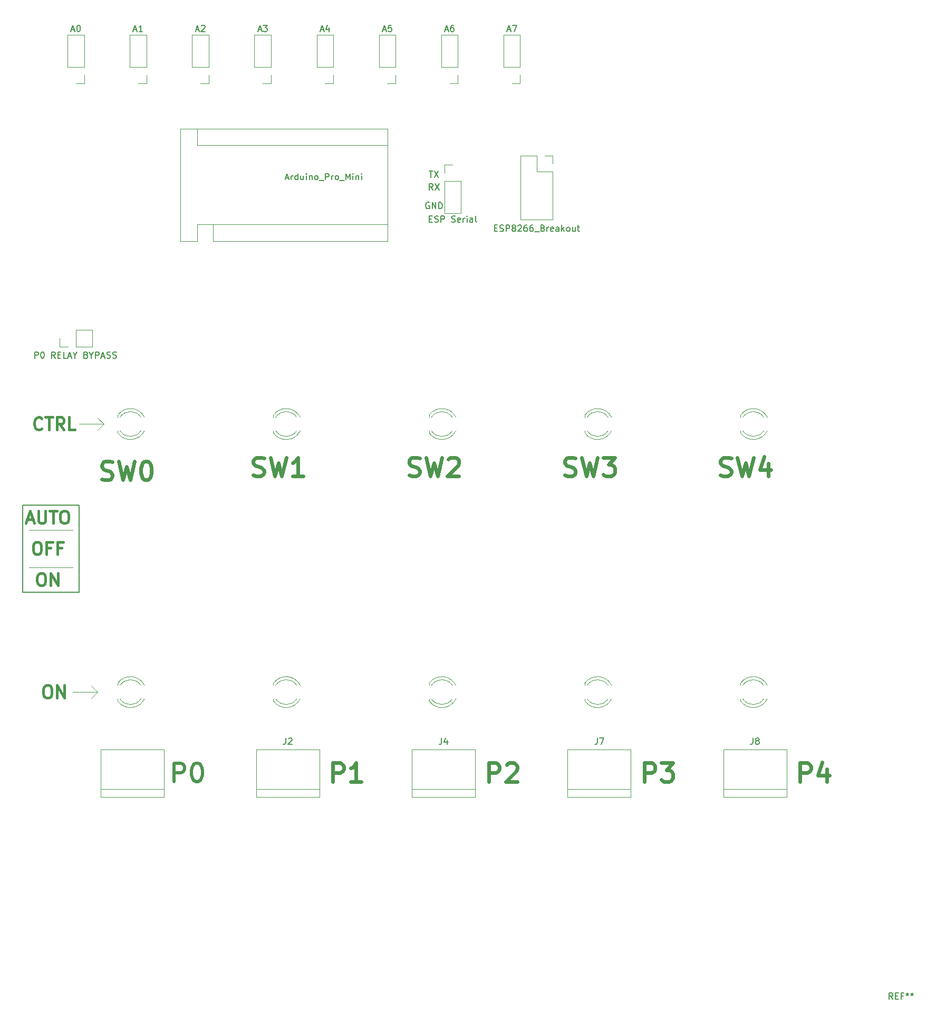
<source format=gbr>
%TF.GenerationSoftware,KiCad,Pcbnew,(5.1.10)-1*%
%TF.CreationDate,2022-07-16T16:26:33-07:00*%
%TF.ProjectId,Garden_Board,47617264-656e-45f4-926f-6172642e6b69,rev?*%
%TF.SameCoordinates,Original*%
%TF.FileFunction,Legend,Top*%
%TF.FilePolarity,Positive*%
%FSLAX46Y46*%
G04 Gerber Fmt 4.6, Leading zero omitted, Abs format (unit mm)*
G04 Created by KiCad (PCBNEW (5.1.10)-1) date 2022-07-16 16:26:33*
%MOMM*%
%LPD*%
G01*
G04 APERTURE LIST*
%ADD10C,0.150000*%
%ADD11C,0.120000*%
%ADD12C,0.400000*%
%ADD13C,0.200000*%
%ADD14C,0.600000*%
%ADD15C,0.500000*%
G04 APERTURE END LIST*
D10*
X95238095Y-70500000D02*
X95142857Y-70452380D01*
X95000000Y-70452380D01*
X94857142Y-70500000D01*
X94761904Y-70595238D01*
X94714285Y-70690476D01*
X94666666Y-70880952D01*
X94666666Y-71023809D01*
X94714285Y-71214285D01*
X94761904Y-71309523D01*
X94857142Y-71404761D01*
X95000000Y-71452380D01*
X95095238Y-71452380D01*
X95238095Y-71404761D01*
X95285714Y-71357142D01*
X95285714Y-71023809D01*
X95095238Y-71023809D01*
X95714285Y-71452380D02*
X95714285Y-70452380D01*
X96285714Y-71452380D01*
X96285714Y-70452380D01*
X96761904Y-71452380D02*
X96761904Y-70452380D01*
X97000000Y-70452380D01*
X97142857Y-70500000D01*
X97238095Y-70595238D01*
X97285714Y-70690476D01*
X97333333Y-70880952D01*
X97333333Y-71023809D01*
X97285714Y-71214285D01*
X97238095Y-71309523D01*
X97142857Y-71404761D01*
X97000000Y-71452380D01*
X96761904Y-71452380D01*
X95833333Y-68452380D02*
X95500000Y-67976190D01*
X95261904Y-68452380D02*
X95261904Y-67452380D01*
X95642857Y-67452380D01*
X95738095Y-67500000D01*
X95785714Y-67547619D01*
X95833333Y-67642857D01*
X95833333Y-67785714D01*
X95785714Y-67880952D01*
X95738095Y-67928571D01*
X95642857Y-67976190D01*
X95261904Y-67976190D01*
X96166666Y-67452380D02*
X96833333Y-68452380D01*
X96833333Y-67452380D02*
X96166666Y-68452380D01*
X95238095Y-65452380D02*
X95809523Y-65452380D01*
X95523809Y-66452380D02*
X95523809Y-65452380D01*
X96047619Y-65452380D02*
X96714285Y-66452380D01*
X96714285Y-65452380D02*
X96047619Y-66452380D01*
D11*
X31000000Y-129000000D02*
X38000000Y-129000000D01*
X31000000Y-123000000D02*
X38000000Y-123000000D01*
X43000000Y-106000000D02*
X42000000Y-107000000D01*
X43000000Y-106000000D02*
X42000000Y-105000000D01*
X43000000Y-106000000D02*
X39000000Y-106000000D01*
X42000000Y-149000000D02*
X41000000Y-150000000D01*
X42000000Y-149000000D02*
X41000000Y-148000000D01*
X38000000Y-149000000D02*
X42000000Y-149000000D01*
D12*
X33761904Y-147904761D02*
X34142857Y-147904761D01*
X34333333Y-148000000D01*
X34523809Y-148190476D01*
X34619047Y-148571428D01*
X34619047Y-149238095D01*
X34523809Y-149619047D01*
X34333333Y-149809523D01*
X34142857Y-149904761D01*
X33761904Y-149904761D01*
X33571428Y-149809523D01*
X33380952Y-149619047D01*
X33285714Y-149238095D01*
X33285714Y-148571428D01*
X33380952Y-148190476D01*
X33571428Y-148000000D01*
X33761904Y-147904761D01*
X35476190Y-149904761D02*
X35476190Y-147904761D01*
X36619047Y-149904761D01*
X36619047Y-147904761D01*
X33047619Y-106714285D02*
X32952380Y-106809523D01*
X32666666Y-106904761D01*
X32476190Y-106904761D01*
X32190476Y-106809523D01*
X32000000Y-106619047D01*
X31904761Y-106428571D01*
X31809523Y-106047619D01*
X31809523Y-105761904D01*
X31904761Y-105380952D01*
X32000000Y-105190476D01*
X32190476Y-105000000D01*
X32476190Y-104904761D01*
X32666666Y-104904761D01*
X32952380Y-105000000D01*
X33047619Y-105095238D01*
X33619047Y-104904761D02*
X34761904Y-104904761D01*
X34190476Y-106904761D02*
X34190476Y-104904761D01*
X36571428Y-106904761D02*
X35904761Y-105952380D01*
X35428571Y-106904761D02*
X35428571Y-104904761D01*
X36190476Y-104904761D01*
X36380952Y-105000000D01*
X36476190Y-105095238D01*
X36571428Y-105285714D01*
X36571428Y-105571428D01*
X36476190Y-105761904D01*
X36380952Y-105857142D01*
X36190476Y-105952380D01*
X35428571Y-105952380D01*
X38380952Y-106904761D02*
X37428571Y-106904761D01*
X37428571Y-104904761D01*
X32761904Y-129904761D02*
X33142857Y-129904761D01*
X33333333Y-130000000D01*
X33523809Y-130190476D01*
X33619047Y-130571428D01*
X33619047Y-131238095D01*
X33523809Y-131619047D01*
X33333333Y-131809523D01*
X33142857Y-131904761D01*
X32761904Y-131904761D01*
X32571428Y-131809523D01*
X32380952Y-131619047D01*
X32285714Y-131238095D01*
X32285714Y-130571428D01*
X32380952Y-130190476D01*
X32571428Y-130000000D01*
X32761904Y-129904761D01*
X34476190Y-131904761D02*
X34476190Y-129904761D01*
X35619047Y-131904761D01*
X35619047Y-129904761D01*
X32095238Y-124904761D02*
X32476190Y-124904761D01*
X32666666Y-125000000D01*
X32857142Y-125190476D01*
X32952380Y-125571428D01*
X32952380Y-126238095D01*
X32857142Y-126619047D01*
X32666666Y-126809523D01*
X32476190Y-126904761D01*
X32095238Y-126904761D01*
X31904761Y-126809523D01*
X31714285Y-126619047D01*
X31619047Y-126238095D01*
X31619047Y-125571428D01*
X31714285Y-125190476D01*
X31904761Y-125000000D01*
X32095238Y-124904761D01*
X34476190Y-125857142D02*
X33809523Y-125857142D01*
X33809523Y-126904761D02*
X33809523Y-124904761D01*
X34761904Y-124904761D01*
X36190476Y-125857142D02*
X35523809Y-125857142D01*
X35523809Y-126904761D02*
X35523809Y-124904761D01*
X36476190Y-124904761D01*
X30666666Y-121333333D02*
X31619047Y-121333333D01*
X30476190Y-121904761D02*
X31142857Y-119904761D01*
X31809523Y-121904761D01*
X32476190Y-119904761D02*
X32476190Y-121523809D01*
X32571428Y-121714285D01*
X32666666Y-121809523D01*
X32857142Y-121904761D01*
X33238095Y-121904761D01*
X33428571Y-121809523D01*
X33523809Y-121714285D01*
X33619047Y-121523809D01*
X33619047Y-119904761D01*
X34285714Y-119904761D02*
X35428571Y-119904761D01*
X34857142Y-121904761D02*
X34857142Y-119904761D01*
X36476190Y-119904761D02*
X36857142Y-119904761D01*
X37047619Y-120000000D01*
X37238095Y-120190476D01*
X37333333Y-120571428D01*
X37333333Y-121238095D01*
X37238095Y-121619047D01*
X37047619Y-121809523D01*
X36857142Y-121904761D01*
X36476190Y-121904761D01*
X36285714Y-121809523D01*
X36095238Y-121619047D01*
X36000000Y-121238095D01*
X36000000Y-120571428D01*
X36095238Y-120190476D01*
X36285714Y-120000000D01*
X36476190Y-119904761D01*
D13*
X39000000Y-133000000D02*
X39000000Y-119000000D01*
X30000000Y-133000000D02*
X39000000Y-133000000D01*
X30000000Y-119000000D02*
X30000000Y-133000000D01*
X39000000Y-119000000D02*
X30000000Y-119000000D01*
D11*
%TO.C,U2*%
X55313000Y-58613000D02*
X55313000Y-76647000D01*
X88587000Y-58613000D02*
X55313000Y-58613000D01*
X60520000Y-73980000D02*
X88587000Y-73980000D01*
X60520000Y-73980000D02*
X60520000Y-76647000D01*
X88587000Y-76647000D02*
X88587000Y-58610000D01*
X57980000Y-61280000D02*
X88587000Y-61280000D01*
X57980000Y-61280000D02*
X57980000Y-58610000D01*
X55313000Y-76647000D02*
X57980000Y-76647000D01*
X60520000Y-76647000D02*
X88587000Y-76647000D01*
X57980000Y-73980000D02*
X57980000Y-76647000D01*
X60520000Y-73980000D02*
X57980000Y-73980000D01*
%TO.C,J18*%
X35920000Y-93580000D02*
X35920000Y-92250000D01*
X37250000Y-93580000D02*
X35920000Y-93580000D01*
X38520000Y-93580000D02*
X38520000Y-90920000D01*
X38520000Y-90920000D02*
X41120000Y-90920000D01*
X38520000Y-93580000D02*
X41120000Y-93580000D01*
X41120000Y-93580000D02*
X41120000Y-90920000D01*
%TO.C,J17*%
X42460000Y-165810000D02*
X52620000Y-165810000D01*
X42460000Y-158190000D02*
X42460000Y-165810000D01*
X52620000Y-158190000D02*
X42460000Y-158190000D01*
X52620000Y-165810000D02*
X52620000Y-158190000D01*
X52620000Y-164540000D02*
X42460000Y-164540000D01*
%TO.C,J16*%
X109830000Y-51330000D02*
X108500000Y-51330000D01*
X109830000Y-50000000D02*
X109830000Y-51330000D01*
X109830000Y-48730000D02*
X107170000Y-48730000D01*
X107170000Y-48730000D02*
X107170000Y-43590000D01*
X109830000Y-48730000D02*
X109830000Y-43590000D01*
X109830000Y-43590000D02*
X107170000Y-43590000D01*
%TO.C,J15*%
X99830000Y-51330000D02*
X98500000Y-51330000D01*
X99830000Y-50000000D02*
X99830000Y-51330000D01*
X99830000Y-48730000D02*
X97170000Y-48730000D01*
X97170000Y-48730000D02*
X97170000Y-43590000D01*
X99830000Y-48730000D02*
X99830000Y-43590000D01*
X99830000Y-43590000D02*
X97170000Y-43590000D01*
%TO.C,J14*%
X89830000Y-51330000D02*
X88500000Y-51330000D01*
X89830000Y-50000000D02*
X89830000Y-51330000D01*
X89830000Y-48730000D02*
X87170000Y-48730000D01*
X87170000Y-48730000D02*
X87170000Y-43590000D01*
X89830000Y-48730000D02*
X89830000Y-43590000D01*
X89830000Y-43590000D02*
X87170000Y-43590000D01*
%TO.C,J13*%
X79830000Y-51330000D02*
X78500000Y-51330000D01*
X79830000Y-50000000D02*
X79830000Y-51330000D01*
X79830000Y-48730000D02*
X77170000Y-48730000D01*
X77170000Y-48730000D02*
X77170000Y-43590000D01*
X79830000Y-48730000D02*
X79830000Y-43590000D01*
X79830000Y-43590000D02*
X77170000Y-43590000D01*
%TO.C,J12*%
X69830000Y-51330000D02*
X68500000Y-51330000D01*
X69830000Y-50000000D02*
X69830000Y-51330000D01*
X69830000Y-48730000D02*
X67170000Y-48730000D01*
X67170000Y-48730000D02*
X67170000Y-43590000D01*
X69830000Y-48730000D02*
X69830000Y-43590000D01*
X69830000Y-43590000D02*
X67170000Y-43590000D01*
%TO.C,J11*%
X59830000Y-51330000D02*
X58500000Y-51330000D01*
X59830000Y-50000000D02*
X59830000Y-51330000D01*
X59830000Y-48730000D02*
X57170000Y-48730000D01*
X57170000Y-48730000D02*
X57170000Y-43590000D01*
X59830000Y-48730000D02*
X59830000Y-43590000D01*
X59830000Y-43590000D02*
X57170000Y-43590000D01*
%TO.C,J10*%
X49830000Y-51330000D02*
X48500000Y-51330000D01*
X49830000Y-50000000D02*
X49830000Y-51330000D01*
X49830000Y-48730000D02*
X47170000Y-48730000D01*
X47170000Y-48730000D02*
X47170000Y-43590000D01*
X49830000Y-48730000D02*
X49830000Y-43590000D01*
X49830000Y-43590000D02*
X47170000Y-43590000D01*
%TO.C,J9*%
X39830000Y-51330000D02*
X38500000Y-51330000D01*
X39830000Y-50000000D02*
X39830000Y-51330000D01*
X39830000Y-48730000D02*
X37170000Y-48730000D01*
X37170000Y-48730000D02*
X37170000Y-43590000D01*
X39830000Y-48730000D02*
X39830000Y-43590000D01*
X39830000Y-43590000D02*
X37170000Y-43590000D01*
%TO.C,J8*%
X142460000Y-165810000D02*
X152620000Y-165810000D01*
X142460000Y-158190000D02*
X142460000Y-165810000D01*
X152620000Y-158190000D02*
X142460000Y-158190000D01*
X152620000Y-165810000D02*
X152620000Y-158190000D01*
X152620000Y-164540000D02*
X142460000Y-164540000D01*
%TO.C,J7*%
X117460000Y-165810000D02*
X127620000Y-165810000D01*
X117460000Y-158190000D02*
X117460000Y-165810000D01*
X127620000Y-158190000D02*
X117460000Y-158190000D01*
X127620000Y-165810000D02*
X127620000Y-158190000D01*
X127620000Y-164540000D02*
X117460000Y-164540000D01*
%TO.C,J5*%
X97670000Y-64420000D02*
X99000000Y-64420000D01*
X97670000Y-65750000D02*
X97670000Y-64420000D01*
X97670000Y-67020000D02*
X100330000Y-67020000D01*
X100330000Y-67020000D02*
X100330000Y-72160000D01*
X97670000Y-67020000D02*
X97670000Y-72160000D01*
X97670000Y-72160000D02*
X100330000Y-72160000D01*
%TO.C,J4*%
X92460000Y-165810000D02*
X102620000Y-165810000D01*
X92460000Y-158190000D02*
X92460000Y-165810000D01*
X102620000Y-158190000D02*
X92460000Y-158190000D01*
X102620000Y-165810000D02*
X102620000Y-158190000D01*
X102620000Y-164540000D02*
X92460000Y-164540000D01*
%TO.C,J3*%
X113750000Y-62920000D02*
X115080000Y-62920000D01*
X115080000Y-62920000D02*
X115080000Y-64250000D01*
X112480000Y-62920000D02*
X112480000Y-65520000D01*
X112480000Y-65520000D02*
X115080000Y-65520000D01*
X115080000Y-65520000D02*
X115080000Y-73200000D01*
X109880000Y-73200000D02*
X115080000Y-73200000D01*
X109880000Y-62920000D02*
X109880000Y-73200000D01*
X109880000Y-62920000D02*
X112480000Y-62920000D01*
%TO.C,J2*%
X67460000Y-165810000D02*
X77620000Y-165810000D01*
X67460000Y-158190000D02*
X67460000Y-165810000D01*
X77620000Y-158190000D02*
X67460000Y-158190000D01*
X77620000Y-165810000D02*
X77620000Y-158190000D01*
X77620000Y-164540000D02*
X67460000Y-164540000D01*
%TO.C,D20*%
X45210000Y-107080000D02*
X45210000Y-107399000D01*
X45210000Y-104601000D02*
X45210000Y-104920000D01*
X48952713Y-107080961D02*
G75*
G02*
X45586670Y-107080000I-1682713J1080961D01*
G01*
X48952713Y-104919039D02*
G75*
G03*
X45586670Y-104920000I-1682713J-1080961D01*
G01*
X49513242Y-107080724D02*
G75*
G02*
X45210000Y-107398749I-2243242J1080724D01*
G01*
X49513242Y-104919276D02*
G75*
G03*
X45210000Y-104601251I-2243242J-1080724D01*
G01*
%TO.C,D17*%
X45210000Y-150080000D02*
X45210000Y-150399000D01*
X45210000Y-147601000D02*
X45210000Y-147920000D01*
X48952713Y-150080961D02*
G75*
G02*
X45586670Y-150080000I-1682713J1080961D01*
G01*
X48952713Y-147919039D02*
G75*
G03*
X45586670Y-147920000I-1682713J-1080961D01*
G01*
X49513242Y-150080724D02*
G75*
G02*
X45210000Y-150398749I-2243242J1080724D01*
G01*
X49513242Y-147919276D02*
G75*
G03*
X45210000Y-147601251I-2243242J-1080724D01*
G01*
%TO.C,D16*%
X145210000Y-107080000D02*
X145210000Y-107399000D01*
X145210000Y-104601000D02*
X145210000Y-104920000D01*
X148952713Y-107080961D02*
G75*
G02*
X145586670Y-107080000I-1682713J1080961D01*
G01*
X148952713Y-104919039D02*
G75*
G03*
X145586670Y-104920000I-1682713J-1080961D01*
G01*
X149513242Y-107080724D02*
G75*
G02*
X145210000Y-107398749I-2243242J1080724D01*
G01*
X149513242Y-104919276D02*
G75*
G03*
X145210000Y-104601251I-2243242J-1080724D01*
G01*
%TO.C,D13*%
X145210000Y-150080000D02*
X145210000Y-150399000D01*
X145210000Y-147601000D02*
X145210000Y-147920000D01*
X148952713Y-150080961D02*
G75*
G02*
X145586670Y-150080000I-1682713J1080961D01*
G01*
X148952713Y-147919039D02*
G75*
G03*
X145586670Y-147920000I-1682713J-1080961D01*
G01*
X149513242Y-150080724D02*
G75*
G02*
X145210000Y-150398749I-2243242J1080724D01*
G01*
X149513242Y-147919276D02*
G75*
G03*
X145210000Y-147601251I-2243242J-1080724D01*
G01*
%TO.C,D12*%
X120210000Y-107080000D02*
X120210000Y-107399000D01*
X120210000Y-104601000D02*
X120210000Y-104920000D01*
X123952713Y-107080961D02*
G75*
G02*
X120586670Y-107080000I-1682713J1080961D01*
G01*
X123952713Y-104919039D02*
G75*
G03*
X120586670Y-104920000I-1682713J-1080961D01*
G01*
X124513242Y-107080724D02*
G75*
G02*
X120210000Y-107398749I-2243242J1080724D01*
G01*
X124513242Y-104919276D02*
G75*
G03*
X120210000Y-104601251I-2243242J-1080724D01*
G01*
%TO.C,D9*%
X120210000Y-150080000D02*
X120210000Y-150399000D01*
X120210000Y-147601000D02*
X120210000Y-147920000D01*
X123952713Y-150080961D02*
G75*
G02*
X120586670Y-150080000I-1682713J1080961D01*
G01*
X123952713Y-147919039D02*
G75*
G03*
X120586670Y-147920000I-1682713J-1080961D01*
G01*
X124513242Y-150080724D02*
G75*
G02*
X120210000Y-150398749I-2243242J1080724D01*
G01*
X124513242Y-147919276D02*
G75*
G03*
X120210000Y-147601251I-2243242J-1080724D01*
G01*
%TO.C,D8*%
X95210000Y-107080000D02*
X95210000Y-107399000D01*
X95210000Y-104601000D02*
X95210000Y-104920000D01*
X98952713Y-107080961D02*
G75*
G02*
X95586670Y-107080000I-1682713J1080961D01*
G01*
X98952713Y-104919039D02*
G75*
G03*
X95586670Y-104920000I-1682713J-1080961D01*
G01*
X99513242Y-107080724D02*
G75*
G02*
X95210000Y-107398749I-2243242J1080724D01*
G01*
X99513242Y-104919276D02*
G75*
G03*
X95210000Y-104601251I-2243242J-1080724D01*
G01*
%TO.C,D5*%
X95210000Y-150080000D02*
X95210000Y-150399000D01*
X95210000Y-147601000D02*
X95210000Y-147920000D01*
X98952713Y-150080961D02*
G75*
G02*
X95586670Y-150080000I-1682713J1080961D01*
G01*
X98952713Y-147919039D02*
G75*
G03*
X95586670Y-147920000I-1682713J-1080961D01*
G01*
X99513242Y-150080724D02*
G75*
G02*
X95210000Y-150398749I-2243242J1080724D01*
G01*
X99513242Y-147919276D02*
G75*
G03*
X95210000Y-147601251I-2243242J-1080724D01*
G01*
%TO.C,D4*%
X70210000Y-107080000D02*
X70210000Y-107399000D01*
X70210000Y-104601000D02*
X70210000Y-104920000D01*
X73952713Y-107080961D02*
G75*
G02*
X70586670Y-107080000I-1682713J1080961D01*
G01*
X73952713Y-104919039D02*
G75*
G03*
X70586670Y-104920000I-1682713J-1080961D01*
G01*
X74513242Y-107080724D02*
G75*
G02*
X70210000Y-107398749I-2243242J1080724D01*
G01*
X74513242Y-104919276D02*
G75*
G03*
X70210000Y-104601251I-2243242J-1080724D01*
G01*
%TO.C,D1*%
X70210000Y-150080000D02*
X70210000Y-150399000D01*
X70210000Y-147601000D02*
X70210000Y-147920000D01*
X73952713Y-150080961D02*
G75*
G02*
X70586670Y-150080000I-1682713J1080961D01*
G01*
X73952713Y-147919039D02*
G75*
G03*
X70586670Y-147920000I-1682713J-1080961D01*
G01*
X74513242Y-150080724D02*
G75*
G02*
X70210000Y-150398749I-2243242J1080724D01*
G01*
X74513242Y-147919276D02*
G75*
G03*
X70210000Y-147601251I-2243242J-1080724D01*
G01*
%TO.C,SW4*%
D14*
X142000000Y-114214285D02*
X142428571Y-114357142D01*
X143142857Y-114357142D01*
X143428571Y-114214285D01*
X143571428Y-114071428D01*
X143714285Y-113785714D01*
X143714285Y-113500000D01*
X143571428Y-113214285D01*
X143428571Y-113071428D01*
X143142857Y-112928571D01*
X142571428Y-112785714D01*
X142285714Y-112642857D01*
X142142857Y-112500000D01*
X142000000Y-112214285D01*
X142000000Y-111928571D01*
X142142857Y-111642857D01*
X142285714Y-111500000D01*
X142571428Y-111357142D01*
X143285714Y-111357142D01*
X143714285Y-111500000D01*
X144714285Y-111357142D02*
X145428571Y-114357142D01*
X146000000Y-112214285D01*
X146571428Y-114357142D01*
X147285714Y-111357142D01*
X149714285Y-112357142D02*
X149714285Y-114357142D01*
X149000000Y-111214285D02*
X148285714Y-113357142D01*
X150142857Y-113357142D01*
%TO.C,SW3*%
X117000000Y-114214285D02*
X117428571Y-114357142D01*
X118142857Y-114357142D01*
X118428571Y-114214285D01*
X118571428Y-114071428D01*
X118714285Y-113785714D01*
X118714285Y-113500000D01*
X118571428Y-113214285D01*
X118428571Y-113071428D01*
X118142857Y-112928571D01*
X117571428Y-112785714D01*
X117285714Y-112642857D01*
X117142857Y-112500000D01*
X117000000Y-112214285D01*
X117000000Y-111928571D01*
X117142857Y-111642857D01*
X117285714Y-111500000D01*
X117571428Y-111357142D01*
X118285714Y-111357142D01*
X118714285Y-111500000D01*
X119714285Y-111357142D02*
X120428571Y-114357142D01*
X121000000Y-112214285D01*
X121571428Y-114357142D01*
X122285714Y-111357142D01*
X123142857Y-111357142D02*
X125000000Y-111357142D01*
X124000000Y-112500000D01*
X124428571Y-112500000D01*
X124714285Y-112642857D01*
X124857142Y-112785714D01*
X125000000Y-113071428D01*
X125000000Y-113785714D01*
X124857142Y-114071428D01*
X124714285Y-114214285D01*
X124428571Y-114357142D01*
X123571428Y-114357142D01*
X123285714Y-114214285D01*
X123142857Y-114071428D01*
%TO.C,SW2*%
X92000000Y-114214285D02*
X92428571Y-114357142D01*
X93142857Y-114357142D01*
X93428571Y-114214285D01*
X93571428Y-114071428D01*
X93714285Y-113785714D01*
X93714285Y-113500000D01*
X93571428Y-113214285D01*
X93428571Y-113071428D01*
X93142857Y-112928571D01*
X92571428Y-112785714D01*
X92285714Y-112642857D01*
X92142857Y-112500000D01*
X92000000Y-112214285D01*
X92000000Y-111928571D01*
X92142857Y-111642857D01*
X92285714Y-111500000D01*
X92571428Y-111357142D01*
X93285714Y-111357142D01*
X93714285Y-111500000D01*
X94714285Y-111357142D02*
X95428571Y-114357142D01*
X96000000Y-112214285D01*
X96571428Y-114357142D01*
X97285714Y-111357142D01*
X98285714Y-111642857D02*
X98428571Y-111500000D01*
X98714285Y-111357142D01*
X99428571Y-111357142D01*
X99714285Y-111500000D01*
X99857142Y-111642857D01*
X100000000Y-111928571D01*
X100000000Y-112214285D01*
X99857142Y-112642857D01*
X98142857Y-114357142D01*
X100000000Y-114357142D01*
%TO.C,SW0*%
X42650000Y-114824285D02*
X43078571Y-114967142D01*
X43792857Y-114967142D01*
X44078571Y-114824285D01*
X44221428Y-114681428D01*
X44364285Y-114395714D01*
X44364285Y-114110000D01*
X44221428Y-113824285D01*
X44078571Y-113681428D01*
X43792857Y-113538571D01*
X43221428Y-113395714D01*
X42935714Y-113252857D01*
X42792857Y-113110000D01*
X42650000Y-112824285D01*
X42650000Y-112538571D01*
X42792857Y-112252857D01*
X42935714Y-112110000D01*
X43221428Y-111967142D01*
X43935714Y-111967142D01*
X44364285Y-112110000D01*
X45364285Y-111967142D02*
X46078571Y-114967142D01*
X46650000Y-112824285D01*
X47221428Y-114967142D01*
X47935714Y-111967142D01*
X49650000Y-111967142D02*
X49935714Y-111967142D01*
X50221428Y-112110000D01*
X50364285Y-112252857D01*
X50507142Y-112538571D01*
X50650000Y-113110000D01*
X50650000Y-113824285D01*
X50507142Y-114395714D01*
X50364285Y-114681428D01*
X50221428Y-114824285D01*
X49935714Y-114967142D01*
X49650000Y-114967142D01*
X49364285Y-114824285D01*
X49221428Y-114681428D01*
X49078571Y-114395714D01*
X48935714Y-113824285D01*
X48935714Y-113110000D01*
X49078571Y-112538571D01*
X49221428Y-112252857D01*
X49364285Y-112110000D01*
X49650000Y-111967142D01*
%TO.C,SW1*%
X67000000Y-114214285D02*
X67428571Y-114357142D01*
X68142857Y-114357142D01*
X68428571Y-114214285D01*
X68571428Y-114071428D01*
X68714285Y-113785714D01*
X68714285Y-113500000D01*
X68571428Y-113214285D01*
X68428571Y-113071428D01*
X68142857Y-112928571D01*
X67571428Y-112785714D01*
X67285714Y-112642857D01*
X67142857Y-112500000D01*
X67000000Y-112214285D01*
X67000000Y-111928571D01*
X67142857Y-111642857D01*
X67285714Y-111500000D01*
X67571428Y-111357142D01*
X68285714Y-111357142D01*
X68714285Y-111500000D01*
X69714285Y-111357142D02*
X70428571Y-114357142D01*
X71000000Y-112214285D01*
X71571428Y-114357142D01*
X72285714Y-111357142D01*
X75000000Y-114357142D02*
X73285714Y-114357142D01*
X74142857Y-114357142D02*
X74142857Y-111357142D01*
X73857142Y-111785714D01*
X73571428Y-112071428D01*
X73285714Y-112214285D01*
%TO.C,U2*%
D10*
X72180952Y-66526666D02*
X72657142Y-66526666D01*
X72085714Y-66812380D02*
X72419047Y-65812380D01*
X72752380Y-66812380D01*
X73085714Y-66812380D02*
X73085714Y-66145714D01*
X73085714Y-66336190D02*
X73133333Y-66240952D01*
X73180952Y-66193333D01*
X73276190Y-66145714D01*
X73371428Y-66145714D01*
X74133333Y-66812380D02*
X74133333Y-65812380D01*
X74133333Y-66764761D02*
X74038095Y-66812380D01*
X73847619Y-66812380D01*
X73752380Y-66764761D01*
X73704761Y-66717142D01*
X73657142Y-66621904D01*
X73657142Y-66336190D01*
X73704761Y-66240952D01*
X73752380Y-66193333D01*
X73847619Y-66145714D01*
X74038095Y-66145714D01*
X74133333Y-66193333D01*
X75038095Y-66145714D02*
X75038095Y-66812380D01*
X74609523Y-66145714D02*
X74609523Y-66669523D01*
X74657142Y-66764761D01*
X74752380Y-66812380D01*
X74895238Y-66812380D01*
X74990476Y-66764761D01*
X75038095Y-66717142D01*
X75514285Y-66812380D02*
X75514285Y-66145714D01*
X75514285Y-65812380D02*
X75466666Y-65860000D01*
X75514285Y-65907619D01*
X75561904Y-65860000D01*
X75514285Y-65812380D01*
X75514285Y-65907619D01*
X75990476Y-66145714D02*
X75990476Y-66812380D01*
X75990476Y-66240952D02*
X76038095Y-66193333D01*
X76133333Y-66145714D01*
X76276190Y-66145714D01*
X76371428Y-66193333D01*
X76419047Y-66288571D01*
X76419047Y-66812380D01*
X77038095Y-66812380D02*
X76942857Y-66764761D01*
X76895238Y-66717142D01*
X76847619Y-66621904D01*
X76847619Y-66336190D01*
X76895238Y-66240952D01*
X76942857Y-66193333D01*
X77038095Y-66145714D01*
X77180952Y-66145714D01*
X77276190Y-66193333D01*
X77323809Y-66240952D01*
X77371428Y-66336190D01*
X77371428Y-66621904D01*
X77323809Y-66717142D01*
X77276190Y-66764761D01*
X77180952Y-66812380D01*
X77038095Y-66812380D01*
X77561904Y-66907619D02*
X78323809Y-66907619D01*
X78561904Y-66812380D02*
X78561904Y-65812380D01*
X78942857Y-65812380D01*
X79038095Y-65860000D01*
X79085714Y-65907619D01*
X79133333Y-66002857D01*
X79133333Y-66145714D01*
X79085714Y-66240952D01*
X79038095Y-66288571D01*
X78942857Y-66336190D01*
X78561904Y-66336190D01*
X79561904Y-66812380D02*
X79561904Y-66145714D01*
X79561904Y-66336190D02*
X79609523Y-66240952D01*
X79657142Y-66193333D01*
X79752380Y-66145714D01*
X79847619Y-66145714D01*
X80323809Y-66812380D02*
X80228571Y-66764761D01*
X80180952Y-66717142D01*
X80133333Y-66621904D01*
X80133333Y-66336190D01*
X80180952Y-66240952D01*
X80228571Y-66193333D01*
X80323809Y-66145714D01*
X80466666Y-66145714D01*
X80561904Y-66193333D01*
X80609523Y-66240952D01*
X80657142Y-66336190D01*
X80657142Y-66621904D01*
X80609523Y-66717142D01*
X80561904Y-66764761D01*
X80466666Y-66812380D01*
X80323809Y-66812380D01*
X80847619Y-66907619D02*
X81609523Y-66907619D01*
X81847619Y-66812380D02*
X81847619Y-65812380D01*
X82180952Y-66526666D01*
X82514285Y-65812380D01*
X82514285Y-66812380D01*
X82990476Y-66812380D02*
X82990476Y-66145714D01*
X82990476Y-65812380D02*
X82942857Y-65860000D01*
X82990476Y-65907619D01*
X83038095Y-65860000D01*
X82990476Y-65812380D01*
X82990476Y-65907619D01*
X83466666Y-66145714D02*
X83466666Y-66812380D01*
X83466666Y-66240952D02*
X83514285Y-66193333D01*
X83609523Y-66145714D01*
X83752380Y-66145714D01*
X83847619Y-66193333D01*
X83895238Y-66288571D01*
X83895238Y-66812380D01*
X84371428Y-66812380D02*
X84371428Y-66145714D01*
X84371428Y-65812380D02*
X84323809Y-65860000D01*
X84371428Y-65907619D01*
X84419047Y-65860000D01*
X84371428Y-65812380D01*
X84371428Y-65907619D01*
%TO.C,J18*%
X31906190Y-95432380D02*
X31906190Y-94432380D01*
X32287142Y-94432380D01*
X32382380Y-94480000D01*
X32430000Y-94527619D01*
X32477619Y-94622857D01*
X32477619Y-94765714D01*
X32430000Y-94860952D01*
X32382380Y-94908571D01*
X32287142Y-94956190D01*
X31906190Y-94956190D01*
X33096666Y-94432380D02*
X33191904Y-94432380D01*
X33287142Y-94480000D01*
X33334761Y-94527619D01*
X33382380Y-94622857D01*
X33430000Y-94813333D01*
X33430000Y-95051428D01*
X33382380Y-95241904D01*
X33334761Y-95337142D01*
X33287142Y-95384761D01*
X33191904Y-95432380D01*
X33096666Y-95432380D01*
X33001428Y-95384761D01*
X32953809Y-95337142D01*
X32906190Y-95241904D01*
X32858571Y-95051428D01*
X32858571Y-94813333D01*
X32906190Y-94622857D01*
X32953809Y-94527619D01*
X33001428Y-94480000D01*
X33096666Y-94432380D01*
X35191904Y-95432380D02*
X34858571Y-94956190D01*
X34620476Y-95432380D02*
X34620476Y-94432380D01*
X35001428Y-94432380D01*
X35096666Y-94480000D01*
X35144285Y-94527619D01*
X35191904Y-94622857D01*
X35191904Y-94765714D01*
X35144285Y-94860952D01*
X35096666Y-94908571D01*
X35001428Y-94956190D01*
X34620476Y-94956190D01*
X35620476Y-94908571D02*
X35953809Y-94908571D01*
X36096666Y-95432380D02*
X35620476Y-95432380D01*
X35620476Y-94432380D01*
X36096666Y-94432380D01*
X37001428Y-95432380D02*
X36525238Y-95432380D01*
X36525238Y-94432380D01*
X37287142Y-95146666D02*
X37763333Y-95146666D01*
X37191904Y-95432380D02*
X37525238Y-94432380D01*
X37858571Y-95432380D01*
X38382380Y-94956190D02*
X38382380Y-95432380D01*
X38049047Y-94432380D02*
X38382380Y-94956190D01*
X38715714Y-94432380D01*
X40144285Y-94908571D02*
X40287142Y-94956190D01*
X40334761Y-95003809D01*
X40382380Y-95099047D01*
X40382380Y-95241904D01*
X40334761Y-95337142D01*
X40287142Y-95384761D01*
X40191904Y-95432380D01*
X39810952Y-95432380D01*
X39810952Y-94432380D01*
X40144285Y-94432380D01*
X40239523Y-94480000D01*
X40287142Y-94527619D01*
X40334761Y-94622857D01*
X40334761Y-94718095D01*
X40287142Y-94813333D01*
X40239523Y-94860952D01*
X40144285Y-94908571D01*
X39810952Y-94908571D01*
X41001428Y-94956190D02*
X41001428Y-95432380D01*
X40668095Y-94432380D02*
X41001428Y-94956190D01*
X41334761Y-94432380D01*
X41668095Y-95432380D02*
X41668095Y-94432380D01*
X42049047Y-94432380D01*
X42144285Y-94480000D01*
X42191904Y-94527619D01*
X42239523Y-94622857D01*
X42239523Y-94765714D01*
X42191904Y-94860952D01*
X42144285Y-94908571D01*
X42049047Y-94956190D01*
X41668095Y-94956190D01*
X42620476Y-95146666D02*
X43096666Y-95146666D01*
X42525238Y-95432380D02*
X42858571Y-94432380D01*
X43191904Y-95432380D01*
X43477619Y-95384761D02*
X43620476Y-95432380D01*
X43858571Y-95432380D01*
X43953809Y-95384761D01*
X44001428Y-95337142D01*
X44049047Y-95241904D01*
X44049047Y-95146666D01*
X44001428Y-95051428D01*
X43953809Y-95003809D01*
X43858571Y-94956190D01*
X43668095Y-94908571D01*
X43572857Y-94860952D01*
X43525238Y-94813333D01*
X43477619Y-94718095D01*
X43477619Y-94622857D01*
X43525238Y-94527619D01*
X43572857Y-94480000D01*
X43668095Y-94432380D01*
X43906190Y-94432380D01*
X44049047Y-94480000D01*
X44430000Y-95384761D02*
X44572857Y-95432380D01*
X44810952Y-95432380D01*
X44906190Y-95384761D01*
X44953809Y-95337142D01*
X45001428Y-95241904D01*
X45001428Y-95146666D01*
X44953809Y-95051428D01*
X44906190Y-95003809D01*
X44810952Y-94956190D01*
X44620476Y-94908571D01*
X44525238Y-94860952D01*
X44477619Y-94813333D01*
X44430000Y-94718095D01*
X44430000Y-94622857D01*
X44477619Y-94527619D01*
X44525238Y-94480000D01*
X44620476Y-94432380D01*
X44858571Y-94432380D01*
X45001428Y-94480000D01*
%TO.C,J17*%
D15*
X54225714Y-163387142D02*
X54225714Y-160387142D01*
X55368571Y-160387142D01*
X55654285Y-160530000D01*
X55797142Y-160672857D01*
X55940000Y-160958571D01*
X55940000Y-161387142D01*
X55797142Y-161672857D01*
X55654285Y-161815714D01*
X55368571Y-161958571D01*
X54225714Y-161958571D01*
X57797142Y-160387142D02*
X58082857Y-160387142D01*
X58368571Y-160530000D01*
X58511428Y-160672857D01*
X58654285Y-160958571D01*
X58797142Y-161530000D01*
X58797142Y-162244285D01*
X58654285Y-162815714D01*
X58511428Y-163101428D01*
X58368571Y-163244285D01*
X58082857Y-163387142D01*
X57797142Y-163387142D01*
X57511428Y-163244285D01*
X57368571Y-163101428D01*
X57225714Y-162815714D01*
X57082857Y-162244285D01*
X57082857Y-161530000D01*
X57225714Y-160958571D01*
X57368571Y-160672857D01*
X57511428Y-160530000D01*
X57797142Y-160387142D01*
%TO.C,J16*%
D10*
X107785714Y-42756666D02*
X108261904Y-42756666D01*
X107690476Y-43042380D02*
X108023809Y-42042380D01*
X108357142Y-43042380D01*
X108595238Y-42042380D02*
X109261904Y-42042380D01*
X108833333Y-43042380D01*
%TO.C,J15*%
X97785714Y-42756666D02*
X98261904Y-42756666D01*
X97690476Y-43042380D02*
X98023809Y-42042380D01*
X98357142Y-43042380D01*
X99119047Y-42042380D02*
X98928571Y-42042380D01*
X98833333Y-42090000D01*
X98785714Y-42137619D01*
X98690476Y-42280476D01*
X98642857Y-42470952D01*
X98642857Y-42851904D01*
X98690476Y-42947142D01*
X98738095Y-42994761D01*
X98833333Y-43042380D01*
X99023809Y-43042380D01*
X99119047Y-42994761D01*
X99166666Y-42947142D01*
X99214285Y-42851904D01*
X99214285Y-42613809D01*
X99166666Y-42518571D01*
X99119047Y-42470952D01*
X99023809Y-42423333D01*
X98833333Y-42423333D01*
X98738095Y-42470952D01*
X98690476Y-42518571D01*
X98642857Y-42613809D01*
%TO.C,J14*%
X87785714Y-42756666D02*
X88261904Y-42756666D01*
X87690476Y-43042380D02*
X88023809Y-42042380D01*
X88357142Y-43042380D01*
X89166666Y-42042380D02*
X88690476Y-42042380D01*
X88642857Y-42518571D01*
X88690476Y-42470952D01*
X88785714Y-42423333D01*
X89023809Y-42423333D01*
X89119047Y-42470952D01*
X89166666Y-42518571D01*
X89214285Y-42613809D01*
X89214285Y-42851904D01*
X89166666Y-42947142D01*
X89119047Y-42994761D01*
X89023809Y-43042380D01*
X88785714Y-43042380D01*
X88690476Y-42994761D01*
X88642857Y-42947142D01*
%TO.C,J13*%
X77785714Y-42756666D02*
X78261904Y-42756666D01*
X77690476Y-43042380D02*
X78023809Y-42042380D01*
X78357142Y-43042380D01*
X79119047Y-42375714D02*
X79119047Y-43042380D01*
X78880952Y-41994761D02*
X78642857Y-42709047D01*
X79261904Y-42709047D01*
%TO.C,J12*%
X67785714Y-42756666D02*
X68261904Y-42756666D01*
X67690476Y-43042380D02*
X68023809Y-42042380D01*
X68357142Y-43042380D01*
X68595238Y-42042380D02*
X69214285Y-42042380D01*
X68880952Y-42423333D01*
X69023809Y-42423333D01*
X69119047Y-42470952D01*
X69166666Y-42518571D01*
X69214285Y-42613809D01*
X69214285Y-42851904D01*
X69166666Y-42947142D01*
X69119047Y-42994761D01*
X69023809Y-43042380D01*
X68738095Y-43042380D01*
X68642857Y-42994761D01*
X68595238Y-42947142D01*
%TO.C,J11*%
X57785714Y-42756666D02*
X58261904Y-42756666D01*
X57690476Y-43042380D02*
X58023809Y-42042380D01*
X58357142Y-43042380D01*
X58642857Y-42137619D02*
X58690476Y-42090000D01*
X58785714Y-42042380D01*
X59023809Y-42042380D01*
X59119047Y-42090000D01*
X59166666Y-42137619D01*
X59214285Y-42232857D01*
X59214285Y-42328095D01*
X59166666Y-42470952D01*
X58595238Y-43042380D01*
X59214285Y-43042380D01*
%TO.C,J10*%
X47785714Y-42756666D02*
X48261904Y-42756666D01*
X47690476Y-43042380D02*
X48023809Y-42042380D01*
X48357142Y-43042380D01*
X49214285Y-43042380D02*
X48642857Y-43042380D01*
X48928571Y-43042380D02*
X48928571Y-42042380D01*
X48833333Y-42185238D01*
X48738095Y-42280476D01*
X48642857Y-42328095D01*
%TO.C,J9*%
X37785714Y-42756666D02*
X38261904Y-42756666D01*
X37690476Y-43042380D02*
X38023809Y-42042380D01*
X38357142Y-43042380D01*
X38880952Y-42042380D02*
X38976190Y-42042380D01*
X39071428Y-42090000D01*
X39119047Y-42137619D01*
X39166666Y-42232857D01*
X39214285Y-42423333D01*
X39214285Y-42661428D01*
X39166666Y-42851904D01*
X39119047Y-42947142D01*
X39071428Y-42994761D01*
X38976190Y-43042380D01*
X38880952Y-43042380D01*
X38785714Y-42994761D01*
X38738095Y-42947142D01*
X38690476Y-42851904D01*
X38642857Y-42661428D01*
X38642857Y-42423333D01*
X38690476Y-42232857D01*
X38738095Y-42137619D01*
X38785714Y-42090000D01*
X38880952Y-42042380D01*
%TO.C,J8*%
X147206666Y-156372380D02*
X147206666Y-157086666D01*
X147159047Y-157229523D01*
X147063809Y-157324761D01*
X146920952Y-157372380D01*
X146825714Y-157372380D01*
X147825714Y-156800952D02*
X147730476Y-156753333D01*
X147682857Y-156705714D01*
X147635238Y-156610476D01*
X147635238Y-156562857D01*
X147682857Y-156467619D01*
X147730476Y-156420000D01*
X147825714Y-156372380D01*
X148016190Y-156372380D01*
X148111428Y-156420000D01*
X148159047Y-156467619D01*
X148206666Y-156562857D01*
X148206666Y-156610476D01*
X148159047Y-156705714D01*
X148111428Y-156753333D01*
X148016190Y-156800952D01*
X147825714Y-156800952D01*
X147730476Y-156848571D01*
X147682857Y-156896190D01*
X147635238Y-156991428D01*
X147635238Y-157181904D01*
X147682857Y-157277142D01*
X147730476Y-157324761D01*
X147825714Y-157372380D01*
X148016190Y-157372380D01*
X148111428Y-157324761D01*
X148159047Y-157277142D01*
X148206666Y-157181904D01*
X148206666Y-156991428D01*
X148159047Y-156896190D01*
X148111428Y-156848571D01*
X148016190Y-156800952D01*
D14*
X154785714Y-163357142D02*
X154785714Y-160357142D01*
X155928571Y-160357142D01*
X156214285Y-160500000D01*
X156357142Y-160642857D01*
X156500000Y-160928571D01*
X156500000Y-161357142D01*
X156357142Y-161642857D01*
X156214285Y-161785714D01*
X155928571Y-161928571D01*
X154785714Y-161928571D01*
X159071428Y-161357142D02*
X159071428Y-163357142D01*
X158357142Y-160214285D02*
X157642857Y-162357142D01*
X159500000Y-162357142D01*
%TO.C,J7*%
D10*
X122206666Y-156372380D02*
X122206666Y-157086666D01*
X122159047Y-157229523D01*
X122063809Y-157324761D01*
X121920952Y-157372380D01*
X121825714Y-157372380D01*
X122587619Y-156372380D02*
X123254285Y-156372380D01*
X122825714Y-157372380D01*
D14*
X129785714Y-163357142D02*
X129785714Y-160357142D01*
X130928571Y-160357142D01*
X131214285Y-160500000D01*
X131357142Y-160642857D01*
X131500000Y-160928571D01*
X131500000Y-161357142D01*
X131357142Y-161642857D01*
X131214285Y-161785714D01*
X130928571Y-161928571D01*
X129785714Y-161928571D01*
X132500000Y-160357142D02*
X134357142Y-160357142D01*
X133357142Y-161500000D01*
X133785714Y-161500000D01*
X134071428Y-161642857D01*
X134214285Y-161785714D01*
X134357142Y-162071428D01*
X134357142Y-162785714D01*
X134214285Y-163071428D01*
X134071428Y-163214285D01*
X133785714Y-163357142D01*
X132928571Y-163357142D01*
X132642857Y-163214285D01*
X132500000Y-163071428D01*
%TO.C,J5*%
D10*
X95261904Y-73088571D02*
X95595238Y-73088571D01*
X95738095Y-73612380D02*
X95261904Y-73612380D01*
X95261904Y-72612380D01*
X95738095Y-72612380D01*
X96119047Y-73564761D02*
X96261904Y-73612380D01*
X96500000Y-73612380D01*
X96595238Y-73564761D01*
X96642857Y-73517142D01*
X96690476Y-73421904D01*
X96690476Y-73326666D01*
X96642857Y-73231428D01*
X96595238Y-73183809D01*
X96500000Y-73136190D01*
X96309523Y-73088571D01*
X96214285Y-73040952D01*
X96166666Y-72993333D01*
X96119047Y-72898095D01*
X96119047Y-72802857D01*
X96166666Y-72707619D01*
X96214285Y-72660000D01*
X96309523Y-72612380D01*
X96547619Y-72612380D01*
X96690476Y-72660000D01*
X97119047Y-73612380D02*
X97119047Y-72612380D01*
X97500000Y-72612380D01*
X97595238Y-72660000D01*
X97642857Y-72707619D01*
X97690476Y-72802857D01*
X97690476Y-72945714D01*
X97642857Y-73040952D01*
X97595238Y-73088571D01*
X97500000Y-73136190D01*
X97119047Y-73136190D01*
X98833333Y-73564761D02*
X98976190Y-73612380D01*
X99214285Y-73612380D01*
X99309523Y-73564761D01*
X99357142Y-73517142D01*
X99404761Y-73421904D01*
X99404761Y-73326666D01*
X99357142Y-73231428D01*
X99309523Y-73183809D01*
X99214285Y-73136190D01*
X99023809Y-73088571D01*
X98928571Y-73040952D01*
X98880952Y-72993333D01*
X98833333Y-72898095D01*
X98833333Y-72802857D01*
X98880952Y-72707619D01*
X98928571Y-72660000D01*
X99023809Y-72612380D01*
X99261904Y-72612380D01*
X99404761Y-72660000D01*
X100214285Y-73564761D02*
X100119047Y-73612380D01*
X99928571Y-73612380D01*
X99833333Y-73564761D01*
X99785714Y-73469523D01*
X99785714Y-73088571D01*
X99833333Y-72993333D01*
X99928571Y-72945714D01*
X100119047Y-72945714D01*
X100214285Y-72993333D01*
X100261904Y-73088571D01*
X100261904Y-73183809D01*
X99785714Y-73279047D01*
X100690476Y-73612380D02*
X100690476Y-72945714D01*
X100690476Y-73136190D02*
X100738095Y-73040952D01*
X100785714Y-72993333D01*
X100880952Y-72945714D01*
X100976190Y-72945714D01*
X101309523Y-73612380D02*
X101309523Y-72945714D01*
X101309523Y-72612380D02*
X101261904Y-72660000D01*
X101309523Y-72707619D01*
X101357142Y-72660000D01*
X101309523Y-72612380D01*
X101309523Y-72707619D01*
X102214285Y-73612380D02*
X102214285Y-73088571D01*
X102166666Y-72993333D01*
X102071428Y-72945714D01*
X101880952Y-72945714D01*
X101785714Y-72993333D01*
X102214285Y-73564761D02*
X102119047Y-73612380D01*
X101880952Y-73612380D01*
X101785714Y-73564761D01*
X101738095Y-73469523D01*
X101738095Y-73374285D01*
X101785714Y-73279047D01*
X101880952Y-73231428D01*
X102119047Y-73231428D01*
X102214285Y-73183809D01*
X102833333Y-73612380D02*
X102738095Y-73564761D01*
X102690476Y-73469523D01*
X102690476Y-72612380D01*
%TO.C,J4*%
X97206666Y-156372380D02*
X97206666Y-157086666D01*
X97159047Y-157229523D01*
X97063809Y-157324761D01*
X96920952Y-157372380D01*
X96825714Y-157372380D01*
X98111428Y-156705714D02*
X98111428Y-157372380D01*
X97873333Y-156324761D02*
X97635238Y-157039047D01*
X98254285Y-157039047D01*
D14*
X104785714Y-163357142D02*
X104785714Y-160357142D01*
X105928571Y-160357142D01*
X106214285Y-160500000D01*
X106357142Y-160642857D01*
X106500000Y-160928571D01*
X106500000Y-161357142D01*
X106357142Y-161642857D01*
X106214285Y-161785714D01*
X105928571Y-161928571D01*
X104785714Y-161928571D01*
X107642857Y-160642857D02*
X107785714Y-160500000D01*
X108071428Y-160357142D01*
X108785714Y-160357142D01*
X109071428Y-160500000D01*
X109214285Y-160642857D01*
X109357142Y-160928571D01*
X109357142Y-161214285D01*
X109214285Y-161642857D01*
X107500000Y-163357142D01*
X109357142Y-163357142D01*
%TO.C,J3*%
D10*
X105718095Y-74568571D02*
X106051428Y-74568571D01*
X106194285Y-75092380D02*
X105718095Y-75092380D01*
X105718095Y-74092380D01*
X106194285Y-74092380D01*
X106575238Y-75044761D02*
X106718095Y-75092380D01*
X106956190Y-75092380D01*
X107051428Y-75044761D01*
X107099047Y-74997142D01*
X107146666Y-74901904D01*
X107146666Y-74806666D01*
X107099047Y-74711428D01*
X107051428Y-74663809D01*
X106956190Y-74616190D01*
X106765714Y-74568571D01*
X106670476Y-74520952D01*
X106622857Y-74473333D01*
X106575238Y-74378095D01*
X106575238Y-74282857D01*
X106622857Y-74187619D01*
X106670476Y-74140000D01*
X106765714Y-74092380D01*
X107003809Y-74092380D01*
X107146666Y-74140000D01*
X107575238Y-75092380D02*
X107575238Y-74092380D01*
X107956190Y-74092380D01*
X108051428Y-74140000D01*
X108099047Y-74187619D01*
X108146666Y-74282857D01*
X108146666Y-74425714D01*
X108099047Y-74520952D01*
X108051428Y-74568571D01*
X107956190Y-74616190D01*
X107575238Y-74616190D01*
X108718095Y-74520952D02*
X108622857Y-74473333D01*
X108575238Y-74425714D01*
X108527619Y-74330476D01*
X108527619Y-74282857D01*
X108575238Y-74187619D01*
X108622857Y-74140000D01*
X108718095Y-74092380D01*
X108908571Y-74092380D01*
X109003809Y-74140000D01*
X109051428Y-74187619D01*
X109099047Y-74282857D01*
X109099047Y-74330476D01*
X109051428Y-74425714D01*
X109003809Y-74473333D01*
X108908571Y-74520952D01*
X108718095Y-74520952D01*
X108622857Y-74568571D01*
X108575238Y-74616190D01*
X108527619Y-74711428D01*
X108527619Y-74901904D01*
X108575238Y-74997142D01*
X108622857Y-75044761D01*
X108718095Y-75092380D01*
X108908571Y-75092380D01*
X109003809Y-75044761D01*
X109051428Y-74997142D01*
X109099047Y-74901904D01*
X109099047Y-74711428D01*
X109051428Y-74616190D01*
X109003809Y-74568571D01*
X108908571Y-74520952D01*
X109480000Y-74187619D02*
X109527619Y-74140000D01*
X109622857Y-74092380D01*
X109860952Y-74092380D01*
X109956190Y-74140000D01*
X110003809Y-74187619D01*
X110051428Y-74282857D01*
X110051428Y-74378095D01*
X110003809Y-74520952D01*
X109432380Y-75092380D01*
X110051428Y-75092380D01*
X110908571Y-74092380D02*
X110718095Y-74092380D01*
X110622857Y-74140000D01*
X110575238Y-74187619D01*
X110480000Y-74330476D01*
X110432380Y-74520952D01*
X110432380Y-74901904D01*
X110480000Y-74997142D01*
X110527619Y-75044761D01*
X110622857Y-75092380D01*
X110813333Y-75092380D01*
X110908571Y-75044761D01*
X110956190Y-74997142D01*
X111003809Y-74901904D01*
X111003809Y-74663809D01*
X110956190Y-74568571D01*
X110908571Y-74520952D01*
X110813333Y-74473333D01*
X110622857Y-74473333D01*
X110527619Y-74520952D01*
X110480000Y-74568571D01*
X110432380Y-74663809D01*
X111860952Y-74092380D02*
X111670476Y-74092380D01*
X111575238Y-74140000D01*
X111527619Y-74187619D01*
X111432380Y-74330476D01*
X111384761Y-74520952D01*
X111384761Y-74901904D01*
X111432380Y-74997142D01*
X111480000Y-75044761D01*
X111575238Y-75092380D01*
X111765714Y-75092380D01*
X111860952Y-75044761D01*
X111908571Y-74997142D01*
X111956190Y-74901904D01*
X111956190Y-74663809D01*
X111908571Y-74568571D01*
X111860952Y-74520952D01*
X111765714Y-74473333D01*
X111575238Y-74473333D01*
X111480000Y-74520952D01*
X111432380Y-74568571D01*
X111384761Y-74663809D01*
X112146666Y-75187619D02*
X112908571Y-75187619D01*
X113480000Y-74568571D02*
X113622857Y-74616190D01*
X113670476Y-74663809D01*
X113718095Y-74759047D01*
X113718095Y-74901904D01*
X113670476Y-74997142D01*
X113622857Y-75044761D01*
X113527619Y-75092380D01*
X113146666Y-75092380D01*
X113146666Y-74092380D01*
X113480000Y-74092380D01*
X113575238Y-74140000D01*
X113622857Y-74187619D01*
X113670476Y-74282857D01*
X113670476Y-74378095D01*
X113622857Y-74473333D01*
X113575238Y-74520952D01*
X113480000Y-74568571D01*
X113146666Y-74568571D01*
X114146666Y-75092380D02*
X114146666Y-74425714D01*
X114146666Y-74616190D02*
X114194285Y-74520952D01*
X114241904Y-74473333D01*
X114337142Y-74425714D01*
X114432380Y-74425714D01*
X115146666Y-75044761D02*
X115051428Y-75092380D01*
X114860952Y-75092380D01*
X114765714Y-75044761D01*
X114718095Y-74949523D01*
X114718095Y-74568571D01*
X114765714Y-74473333D01*
X114860952Y-74425714D01*
X115051428Y-74425714D01*
X115146666Y-74473333D01*
X115194285Y-74568571D01*
X115194285Y-74663809D01*
X114718095Y-74759047D01*
X116051428Y-75092380D02*
X116051428Y-74568571D01*
X116003809Y-74473333D01*
X115908571Y-74425714D01*
X115718095Y-74425714D01*
X115622857Y-74473333D01*
X116051428Y-75044761D02*
X115956190Y-75092380D01*
X115718095Y-75092380D01*
X115622857Y-75044761D01*
X115575238Y-74949523D01*
X115575238Y-74854285D01*
X115622857Y-74759047D01*
X115718095Y-74711428D01*
X115956190Y-74711428D01*
X116051428Y-74663809D01*
X116527619Y-75092380D02*
X116527619Y-74092380D01*
X116622857Y-74711428D02*
X116908571Y-75092380D01*
X116908571Y-74425714D02*
X116527619Y-74806666D01*
X117480000Y-75092380D02*
X117384761Y-75044761D01*
X117337142Y-74997142D01*
X117289523Y-74901904D01*
X117289523Y-74616190D01*
X117337142Y-74520952D01*
X117384761Y-74473333D01*
X117480000Y-74425714D01*
X117622857Y-74425714D01*
X117718095Y-74473333D01*
X117765714Y-74520952D01*
X117813333Y-74616190D01*
X117813333Y-74901904D01*
X117765714Y-74997142D01*
X117718095Y-75044761D01*
X117622857Y-75092380D01*
X117480000Y-75092380D01*
X118670476Y-74425714D02*
X118670476Y-75092380D01*
X118241904Y-74425714D02*
X118241904Y-74949523D01*
X118289523Y-75044761D01*
X118384761Y-75092380D01*
X118527619Y-75092380D01*
X118622857Y-75044761D01*
X118670476Y-74997142D01*
X119003809Y-74425714D02*
X119384761Y-74425714D01*
X119146666Y-74092380D02*
X119146666Y-74949523D01*
X119194285Y-75044761D01*
X119289523Y-75092380D01*
X119384761Y-75092380D01*
%TO.C,J2*%
X72206666Y-156372380D02*
X72206666Y-157086666D01*
X72159047Y-157229523D01*
X72063809Y-157324761D01*
X71920952Y-157372380D01*
X71825714Y-157372380D01*
X72635238Y-156467619D02*
X72682857Y-156420000D01*
X72778095Y-156372380D01*
X73016190Y-156372380D01*
X73111428Y-156420000D01*
X73159047Y-156467619D01*
X73206666Y-156562857D01*
X73206666Y-156658095D01*
X73159047Y-156800952D01*
X72587619Y-157372380D01*
X73206666Y-157372380D01*
D14*
X79785714Y-163357142D02*
X79785714Y-160357142D01*
X80928571Y-160357142D01*
X81214285Y-160500000D01*
X81357142Y-160642857D01*
X81500000Y-160928571D01*
X81500000Y-161357142D01*
X81357142Y-161642857D01*
X81214285Y-161785714D01*
X80928571Y-161928571D01*
X79785714Y-161928571D01*
X84357142Y-163357142D02*
X82642857Y-163357142D01*
X83500000Y-163357142D02*
X83500000Y-160357142D01*
X83214285Y-160785714D01*
X82928571Y-161071428D01*
X82642857Y-161214285D01*
%TO.C,REF\u002A\u002A*%
D10*
X169666666Y-198252380D02*
X169333333Y-197776190D01*
X169095238Y-198252380D02*
X169095238Y-197252380D01*
X169476190Y-197252380D01*
X169571428Y-197300000D01*
X169619047Y-197347619D01*
X169666666Y-197442857D01*
X169666666Y-197585714D01*
X169619047Y-197680952D01*
X169571428Y-197728571D01*
X169476190Y-197776190D01*
X169095238Y-197776190D01*
X170095238Y-197728571D02*
X170428571Y-197728571D01*
X170571428Y-198252380D02*
X170095238Y-198252380D01*
X170095238Y-197252380D01*
X170571428Y-197252380D01*
X171333333Y-197728571D02*
X171000000Y-197728571D01*
X171000000Y-198252380D02*
X171000000Y-197252380D01*
X171476190Y-197252380D01*
X172000000Y-197252380D02*
X172000000Y-197490476D01*
X171761904Y-197395238D02*
X172000000Y-197490476D01*
X172238095Y-197395238D01*
X171857142Y-197680952D02*
X172000000Y-197490476D01*
X172142857Y-197680952D01*
X172761904Y-197252380D02*
X172761904Y-197490476D01*
X172523809Y-197395238D02*
X172761904Y-197490476D01*
X173000000Y-197395238D01*
X172619047Y-197680952D02*
X172761904Y-197490476D01*
X172904761Y-197680952D01*
%TD*%
M02*

</source>
